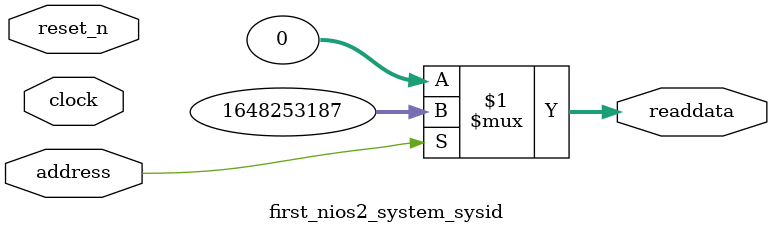
<source format=v>



// synthesis translate_off
`timescale 1ns / 1ps
// synthesis translate_on

// turn off superfluous verilog processor warnings 
// altera message_level Level1 
// altera message_off 10034 10035 10036 10037 10230 10240 10030 

module first_nios2_system_sysid (
               // inputs:
                address,
                clock,
                reset_n,

               // outputs:
                readdata
             )
;

  output  [ 31: 0] readdata;
  input            address;
  input            clock;
  input            reset_n;

  wire    [ 31: 0] readdata;
  //control_slave, which is an e_avalon_slave
  assign readdata = address ? 1648253187 : 0;

endmodule



</source>
